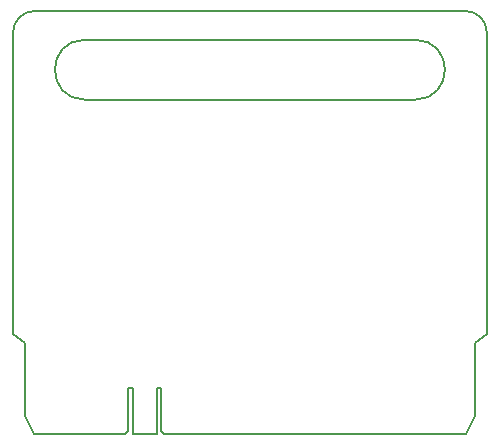
<source format=gbr>
G04 #@! TF.GenerationSoftware,KiCad,Pcbnew,(5.1.9-0-10_14)*
G04 #@! TF.CreationDate,2021-03-04T16:54:17-08:00*
G04 #@! TF.ProjectId,cart,63617274-2e6b-4696-9361-645f70636258,1.0-dev0*
G04 #@! TF.SameCoordinates,Original*
G04 #@! TF.FileFunction,Profile,NP*
%FSLAX46Y46*%
G04 Gerber Fmt 4.6, Leading zero omitted, Abs format (unit mm)*
G04 Created by KiCad (PCBNEW (5.1.9-0-10_14)) date 2021-03-04 16:54:17*
%MOMM*%
%LPD*%
G01*
G04 APERTURE LIST*
G04 #@! TA.AperFunction,Profile*
%ADD10C,0.200000*%
G04 #@! TD*
G04 APERTURE END LIST*
D10*
X159750000Y-94611000D02*
X159750000Y-120142000D01*
X157972000Y-92833000D02*
G75*
G02*
X159750000Y-94611000I0J-1778000D01*
G01*
X159750000Y-120142000D02*
X158750000Y-120904000D01*
X153670000Y-100330000D02*
X125730000Y-100330000D01*
X125730000Y-95250000D02*
X153670000Y-95250000D01*
X153670000Y-95250000D02*
G75*
G02*
X153670000Y-100330000I0J-2540000D01*
G01*
X125730000Y-100330000D02*
G75*
G02*
X125730000Y-95250000I0J2540000D01*
G01*
X131826000Y-124714000D02*
X132207000Y-124714000D01*
X129794000Y-128651000D02*
X131826000Y-128651000D01*
X131826000Y-124714000D02*
X131826000Y-128651000D01*
X129794000Y-124714000D02*
X129794000Y-128651000D01*
X132461000Y-128651000D02*
X132207000Y-128397000D01*
X129413000Y-128397000D02*
X129159000Y-128651000D01*
X129413000Y-124714000D02*
X129794000Y-124714000D01*
X132207000Y-124714000D02*
X132207000Y-128397000D01*
X129413000Y-124714000D02*
X129413000Y-128397000D01*
X157988000Y-128651000D02*
X132461000Y-128651000D01*
X119650000Y-94611000D02*
X119650000Y-120139000D01*
X120650000Y-120901000D02*
X119650000Y-120139000D01*
X121428000Y-92833000D02*
G75*
G03*
X119650000Y-94611000I0J-1778000D01*
G01*
X120650000Y-120901000D02*
X120650000Y-127127000D01*
X158750000Y-120904000D02*
X158750000Y-127127000D01*
X121428000Y-92833000D02*
X157972000Y-92833000D01*
X121412000Y-128651000D02*
X120650000Y-127127000D01*
X157988000Y-128651000D02*
X158750000Y-127127000D01*
X121412000Y-128651000D02*
X129159000Y-128651000D01*
M02*

</source>
